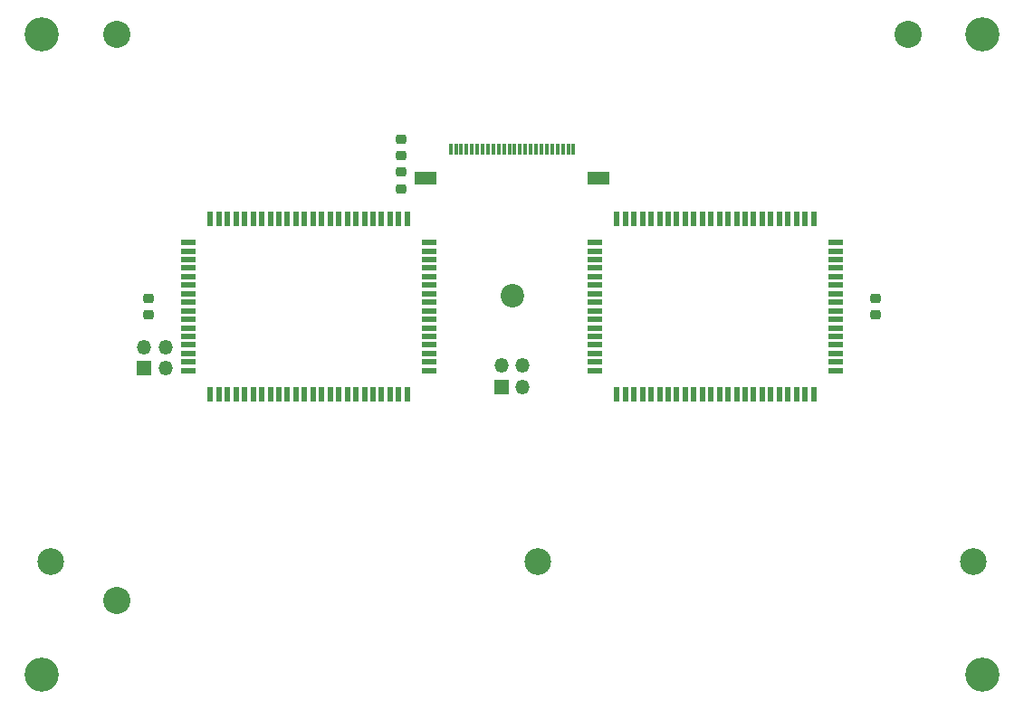
<source format=gbr>
G04 #@! TF.GenerationSoftware,KiCad,Pcbnew,6.0.9-8da3e8f707~117~ubuntu22.04.1*
G04 #@! TF.CreationDate,2023-03-03T14:59:22+01:00*
G04 #@! TF.ProjectId,ModulAdapterBasic,4d6f6475-6c41-4646-9170-746572426173,rev?*
G04 #@! TF.SameCoordinates,Original*
G04 #@! TF.FileFunction,Soldermask,Bot*
G04 #@! TF.FilePolarity,Negative*
%FSLAX46Y46*%
G04 Gerber Fmt 4.6, Leading zero omitted, Abs format (unit mm)*
G04 Created by KiCad (PCBNEW 6.0.9-8da3e8f707~117~ubuntu22.04.1) date 2023-03-03 14:59:22*
%MOMM*%
%LPD*%
G01*
G04 APERTURE LIST*
G04 Aperture macros list*
%AMRoundRect*
0 Rectangle with rounded corners*
0 $1 Rounding radius*
0 $2 $3 $4 $5 $6 $7 $8 $9 X,Y pos of 4 corners*
0 Add a 4 corners polygon primitive as box body*
4,1,4,$2,$3,$4,$5,$6,$7,$8,$9,$2,$3,0*
0 Add four circle primitives for the rounded corners*
1,1,$1+$1,$2,$3*
1,1,$1+$1,$4,$5*
1,1,$1+$1,$6,$7*
1,1,$1+$1,$8,$9*
0 Add four rect primitives between the rounded corners*
20,1,$1+$1,$2,$3,$4,$5,0*
20,1,$1+$1,$4,$5,$6,$7,0*
20,1,$1+$1,$6,$7,$8,$9,0*
20,1,$1+$1,$8,$9,$2,$3,0*%
G04 Aperture macros list end*
%ADD10C,2.500000*%
%ADD11C,3.200000*%
%ADD12C,2.200000*%
%ADD13R,2.000000X1.300000*%
%ADD14R,0.300000X1.000000*%
%ADD15R,0.500000X1.480000*%
%ADD16R,1.480000X0.500000*%
%ADD17RoundRect,0.218750X-0.256250X0.218750X-0.256250X-0.218750X0.256250X-0.218750X0.256250X0.218750X0*%
%ADD18RoundRect,0.218750X0.256250X-0.218750X0.256250X0.218750X-0.256250X0.218750X-0.256250X-0.218750X0*%
%ADD19R,1.350000X1.350000*%
%ADD20O,1.350000X1.350000*%
%ADD21C,2.540000*%
G04 APERTURE END LIST*
D10*
X102400000Y-123400000D03*
X56900000Y-123400000D03*
X143100000Y-123400000D03*
D11*
X56000000Y-74000000D03*
X144000000Y-74000000D03*
X56000000Y-134000000D03*
X144000000Y-134000000D03*
D12*
X100000000Y-98500000D03*
D13*
X108050000Y-87500000D03*
X91950000Y-87500000D03*
D14*
X105750000Y-84800000D03*
X105250000Y-84800000D03*
X104750000Y-84800000D03*
X104250000Y-84800000D03*
X103750000Y-84800000D03*
X103250000Y-84800000D03*
X102750000Y-84800000D03*
X102250000Y-84800000D03*
X101750000Y-84800000D03*
X101250000Y-84800000D03*
X100750000Y-84800000D03*
X100250000Y-84800000D03*
X99750000Y-84800000D03*
X99250000Y-84800000D03*
X98750000Y-84800000D03*
X98250000Y-84800000D03*
X97750000Y-84800000D03*
X97250000Y-84800000D03*
X96750000Y-84800000D03*
X96250000Y-84800000D03*
X95750000Y-84800000D03*
X95250000Y-84800000D03*
X94750000Y-84800000D03*
X94250000Y-84800000D03*
D15*
X109800000Y-91260000D03*
X110600000Y-91260000D03*
X111400000Y-91260000D03*
X112200000Y-91260000D03*
X113000000Y-91260000D03*
X113800000Y-91260000D03*
X114600000Y-91260000D03*
X115400000Y-91260000D03*
X116200000Y-91260000D03*
X117000000Y-91260000D03*
X117800000Y-91260000D03*
X118600000Y-91260000D03*
X119400000Y-91260000D03*
X120200000Y-91260000D03*
X121000000Y-91260000D03*
X121800000Y-91260000D03*
X122600000Y-91260000D03*
X123400000Y-91260000D03*
X124200000Y-91260000D03*
X125000000Y-91260000D03*
X125800000Y-91260000D03*
X126600000Y-91260000D03*
X127400000Y-91260000D03*
X128200000Y-91260000D03*
D16*
X130240000Y-93500000D03*
X130240000Y-94300000D03*
X130240000Y-95100000D03*
X130240000Y-95900000D03*
X130240000Y-96700000D03*
X130240000Y-97500000D03*
X130240000Y-98300000D03*
X130240000Y-99100000D03*
X130240000Y-99900000D03*
X130240000Y-100700000D03*
X130240000Y-101500000D03*
X130240000Y-102300000D03*
X130240000Y-103100000D03*
X130240000Y-103900000D03*
X130240000Y-104700000D03*
X130240000Y-105500000D03*
D15*
X128200000Y-107740000D03*
X127400000Y-107740000D03*
X126600000Y-107740000D03*
X125800000Y-107740000D03*
X125000000Y-107740000D03*
X124200000Y-107740000D03*
X123400000Y-107740000D03*
X122600000Y-107740000D03*
X121800000Y-107740000D03*
X121000000Y-107740000D03*
X120200000Y-107740000D03*
X119400000Y-107740000D03*
X118600000Y-107740000D03*
X117800000Y-107740000D03*
X117000000Y-107740000D03*
X116200000Y-107740000D03*
X115400000Y-107740000D03*
X114600000Y-107740000D03*
X113800000Y-107740000D03*
X113000000Y-107740000D03*
X112200000Y-107740000D03*
X111400000Y-107740000D03*
X110600000Y-107740000D03*
X109800000Y-107740000D03*
D16*
X107760000Y-105500000D03*
X107760000Y-104700000D03*
X107760000Y-103900000D03*
X107760000Y-103100000D03*
X107760000Y-102300000D03*
X107760000Y-101500000D03*
X107760000Y-100700000D03*
X107760000Y-99900000D03*
X107760000Y-99100000D03*
X107760000Y-98300000D03*
X107760000Y-97500000D03*
X107760000Y-96700000D03*
X107760000Y-95900000D03*
X107760000Y-95100000D03*
X107760000Y-94300000D03*
X107760000Y-93500000D03*
D17*
X134000000Y-98712500D03*
X134000000Y-100287500D03*
D18*
X66000000Y-100287500D03*
X66000000Y-98712500D03*
D19*
X99000000Y-107000000D03*
D20*
X101000000Y-107000000D03*
X99000000Y-105000000D03*
X101000000Y-105000000D03*
D19*
X65600000Y-105300000D03*
D20*
X67600000Y-105300000D03*
X65600000Y-103300000D03*
X67600000Y-103300000D03*
D18*
X89586000Y-88468500D03*
X89586000Y-86893500D03*
D17*
X89586000Y-83820000D03*
X89586000Y-85395000D03*
D15*
X90200000Y-107740000D03*
X89400000Y-107740000D03*
X88600000Y-107740000D03*
X87800000Y-107740000D03*
X87000000Y-107740000D03*
X86200000Y-107740000D03*
X85400000Y-107740000D03*
X84600000Y-107740000D03*
X83800000Y-107740000D03*
X83000000Y-107740000D03*
X82200000Y-107740000D03*
X81400000Y-107740000D03*
X80600000Y-107740000D03*
X79800000Y-107740000D03*
X79000000Y-107740000D03*
X78200000Y-107740000D03*
X77400000Y-107740000D03*
X76600000Y-107740000D03*
X75800000Y-107740000D03*
X75000000Y-107740000D03*
X74200000Y-107740000D03*
X73400000Y-107740000D03*
X72600000Y-107740000D03*
X71800000Y-107740000D03*
D16*
X69760000Y-105500000D03*
X69760000Y-104700000D03*
X69760000Y-103900000D03*
X69760000Y-103100000D03*
X69760000Y-102300000D03*
X69760000Y-101500000D03*
X69760000Y-100700000D03*
X69760000Y-99900000D03*
X69760000Y-99100000D03*
X69760000Y-98300000D03*
X69760000Y-97500000D03*
X69760000Y-96700000D03*
X69760000Y-95900000D03*
X69760000Y-95100000D03*
X69760000Y-94300000D03*
X69760000Y-93500000D03*
D15*
X71800000Y-91260000D03*
X72600000Y-91260000D03*
X73400000Y-91260000D03*
X74200000Y-91260000D03*
X75000000Y-91260000D03*
X75800000Y-91260000D03*
X76600000Y-91260000D03*
X77400000Y-91260000D03*
X78200000Y-91260000D03*
X79000000Y-91260000D03*
X79800000Y-91260000D03*
X80600000Y-91260000D03*
X81400000Y-91260000D03*
X82200000Y-91260000D03*
X83000000Y-91260000D03*
X83800000Y-91260000D03*
X84600000Y-91260000D03*
X85400000Y-91260000D03*
X86200000Y-91260000D03*
X87000000Y-91260000D03*
X87800000Y-91260000D03*
X88600000Y-91260000D03*
X89400000Y-91260000D03*
X90200000Y-91260000D03*
D16*
X92240000Y-93500000D03*
X92240000Y-94300000D03*
X92240000Y-95100000D03*
X92240000Y-95900000D03*
X92240000Y-96700000D03*
X92240000Y-97500000D03*
X92240000Y-98300000D03*
X92240000Y-99100000D03*
X92240000Y-99900000D03*
X92240000Y-100700000D03*
X92240000Y-101500000D03*
X92240000Y-102300000D03*
X92240000Y-103100000D03*
X92240000Y-103900000D03*
X92240000Y-104700000D03*
X92240000Y-105500000D03*
D21*
X63000000Y-74000000D03*
X137000000Y-74000000D03*
X63000000Y-127000000D03*
M02*

</source>
